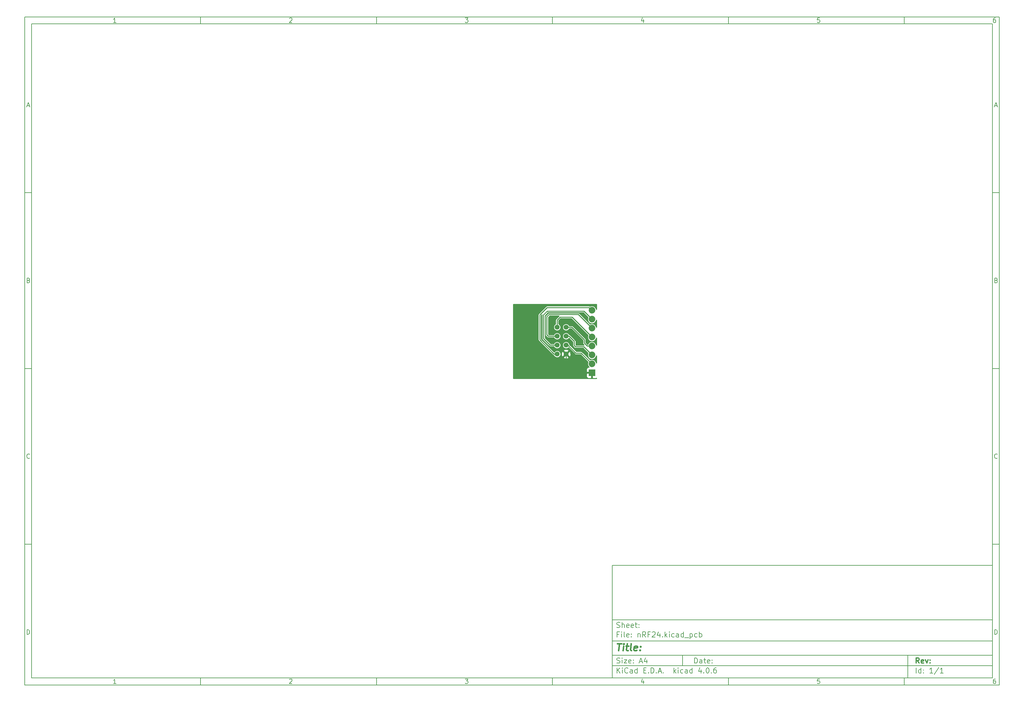
<source format=gtl>
G04 #@! TF.FileFunction,Copper,L1,Top,Signal*
%FSLAX46Y46*%
G04 Gerber Fmt 4.6, Leading zero omitted, Abs format (unit mm)*
G04 Created by KiCad (PCBNEW 4.0.6) date 06/21/17 09:44:36*
%MOMM*%
%LPD*%
G01*
G04 APERTURE LIST*
%ADD10C,0.100000*%
%ADD11C,0.150000*%
%ADD12C,0.300000*%
%ADD13C,0.400000*%
%ADD14R,1.879600X1.879600*%
%ADD15C,1.879600*%
%ADD16C,1.408000*%
%ADD17C,0.250000*%
%ADD18C,0.254000*%
G04 APERTURE END LIST*
D10*
D11*
X177002200Y-166007200D02*
X177002200Y-198007200D01*
X285002200Y-198007200D01*
X285002200Y-166007200D01*
X177002200Y-166007200D01*
D10*
D11*
X10000000Y-10000000D02*
X10000000Y-200007200D01*
X287002200Y-200007200D01*
X287002200Y-10000000D01*
X10000000Y-10000000D01*
D10*
D11*
X12000000Y-12000000D02*
X12000000Y-198007200D01*
X285002200Y-198007200D01*
X285002200Y-12000000D01*
X12000000Y-12000000D01*
D10*
D11*
X60000000Y-12000000D02*
X60000000Y-10000000D01*
D10*
D11*
X110000000Y-12000000D02*
X110000000Y-10000000D01*
D10*
D11*
X160000000Y-12000000D02*
X160000000Y-10000000D01*
D10*
D11*
X210000000Y-12000000D02*
X210000000Y-10000000D01*
D10*
D11*
X260000000Y-12000000D02*
X260000000Y-10000000D01*
D10*
D11*
X35990476Y-11588095D02*
X35247619Y-11588095D01*
X35619048Y-11588095D02*
X35619048Y-10288095D01*
X35495238Y-10473810D01*
X35371429Y-10597619D01*
X35247619Y-10659524D01*
D10*
D11*
X85247619Y-10411905D02*
X85309524Y-10350000D01*
X85433333Y-10288095D01*
X85742857Y-10288095D01*
X85866667Y-10350000D01*
X85928571Y-10411905D01*
X85990476Y-10535714D01*
X85990476Y-10659524D01*
X85928571Y-10845238D01*
X85185714Y-11588095D01*
X85990476Y-11588095D01*
D10*
D11*
X135185714Y-10288095D02*
X135990476Y-10288095D01*
X135557143Y-10783333D01*
X135742857Y-10783333D01*
X135866667Y-10845238D01*
X135928571Y-10907143D01*
X135990476Y-11030952D01*
X135990476Y-11340476D01*
X135928571Y-11464286D01*
X135866667Y-11526190D01*
X135742857Y-11588095D01*
X135371429Y-11588095D01*
X135247619Y-11526190D01*
X135185714Y-11464286D01*
D10*
D11*
X185866667Y-10721429D02*
X185866667Y-11588095D01*
X185557143Y-10226190D02*
X185247619Y-11154762D01*
X186052381Y-11154762D01*
D10*
D11*
X235928571Y-10288095D02*
X235309524Y-10288095D01*
X235247619Y-10907143D01*
X235309524Y-10845238D01*
X235433333Y-10783333D01*
X235742857Y-10783333D01*
X235866667Y-10845238D01*
X235928571Y-10907143D01*
X235990476Y-11030952D01*
X235990476Y-11340476D01*
X235928571Y-11464286D01*
X235866667Y-11526190D01*
X235742857Y-11588095D01*
X235433333Y-11588095D01*
X235309524Y-11526190D01*
X235247619Y-11464286D01*
D10*
D11*
X285866667Y-10288095D02*
X285619048Y-10288095D01*
X285495238Y-10350000D01*
X285433333Y-10411905D01*
X285309524Y-10597619D01*
X285247619Y-10845238D01*
X285247619Y-11340476D01*
X285309524Y-11464286D01*
X285371429Y-11526190D01*
X285495238Y-11588095D01*
X285742857Y-11588095D01*
X285866667Y-11526190D01*
X285928571Y-11464286D01*
X285990476Y-11340476D01*
X285990476Y-11030952D01*
X285928571Y-10907143D01*
X285866667Y-10845238D01*
X285742857Y-10783333D01*
X285495238Y-10783333D01*
X285371429Y-10845238D01*
X285309524Y-10907143D01*
X285247619Y-11030952D01*
D10*
D11*
X60000000Y-198007200D02*
X60000000Y-200007200D01*
D10*
D11*
X110000000Y-198007200D02*
X110000000Y-200007200D01*
D10*
D11*
X160000000Y-198007200D02*
X160000000Y-200007200D01*
D10*
D11*
X210000000Y-198007200D02*
X210000000Y-200007200D01*
D10*
D11*
X260000000Y-198007200D02*
X260000000Y-200007200D01*
D10*
D11*
X35990476Y-199595295D02*
X35247619Y-199595295D01*
X35619048Y-199595295D02*
X35619048Y-198295295D01*
X35495238Y-198481010D01*
X35371429Y-198604819D01*
X35247619Y-198666724D01*
D10*
D11*
X85247619Y-198419105D02*
X85309524Y-198357200D01*
X85433333Y-198295295D01*
X85742857Y-198295295D01*
X85866667Y-198357200D01*
X85928571Y-198419105D01*
X85990476Y-198542914D01*
X85990476Y-198666724D01*
X85928571Y-198852438D01*
X85185714Y-199595295D01*
X85990476Y-199595295D01*
D10*
D11*
X135185714Y-198295295D02*
X135990476Y-198295295D01*
X135557143Y-198790533D01*
X135742857Y-198790533D01*
X135866667Y-198852438D01*
X135928571Y-198914343D01*
X135990476Y-199038152D01*
X135990476Y-199347676D01*
X135928571Y-199471486D01*
X135866667Y-199533390D01*
X135742857Y-199595295D01*
X135371429Y-199595295D01*
X135247619Y-199533390D01*
X135185714Y-199471486D01*
D10*
D11*
X185866667Y-198728629D02*
X185866667Y-199595295D01*
X185557143Y-198233390D02*
X185247619Y-199161962D01*
X186052381Y-199161962D01*
D10*
D11*
X235928571Y-198295295D02*
X235309524Y-198295295D01*
X235247619Y-198914343D01*
X235309524Y-198852438D01*
X235433333Y-198790533D01*
X235742857Y-198790533D01*
X235866667Y-198852438D01*
X235928571Y-198914343D01*
X235990476Y-199038152D01*
X235990476Y-199347676D01*
X235928571Y-199471486D01*
X235866667Y-199533390D01*
X235742857Y-199595295D01*
X235433333Y-199595295D01*
X235309524Y-199533390D01*
X235247619Y-199471486D01*
D10*
D11*
X285866667Y-198295295D02*
X285619048Y-198295295D01*
X285495238Y-198357200D01*
X285433333Y-198419105D01*
X285309524Y-198604819D01*
X285247619Y-198852438D01*
X285247619Y-199347676D01*
X285309524Y-199471486D01*
X285371429Y-199533390D01*
X285495238Y-199595295D01*
X285742857Y-199595295D01*
X285866667Y-199533390D01*
X285928571Y-199471486D01*
X285990476Y-199347676D01*
X285990476Y-199038152D01*
X285928571Y-198914343D01*
X285866667Y-198852438D01*
X285742857Y-198790533D01*
X285495238Y-198790533D01*
X285371429Y-198852438D01*
X285309524Y-198914343D01*
X285247619Y-199038152D01*
D10*
D11*
X10000000Y-60000000D02*
X12000000Y-60000000D01*
D10*
D11*
X10000000Y-110000000D02*
X12000000Y-110000000D01*
D10*
D11*
X10000000Y-160000000D02*
X12000000Y-160000000D01*
D10*
D11*
X10690476Y-35216667D02*
X11309524Y-35216667D01*
X10566667Y-35588095D02*
X11000000Y-34288095D01*
X11433333Y-35588095D01*
D10*
D11*
X11092857Y-84907143D02*
X11278571Y-84969048D01*
X11340476Y-85030952D01*
X11402381Y-85154762D01*
X11402381Y-85340476D01*
X11340476Y-85464286D01*
X11278571Y-85526190D01*
X11154762Y-85588095D01*
X10659524Y-85588095D01*
X10659524Y-84288095D01*
X11092857Y-84288095D01*
X11216667Y-84350000D01*
X11278571Y-84411905D01*
X11340476Y-84535714D01*
X11340476Y-84659524D01*
X11278571Y-84783333D01*
X11216667Y-84845238D01*
X11092857Y-84907143D01*
X10659524Y-84907143D01*
D10*
D11*
X11402381Y-135464286D02*
X11340476Y-135526190D01*
X11154762Y-135588095D01*
X11030952Y-135588095D01*
X10845238Y-135526190D01*
X10721429Y-135402381D01*
X10659524Y-135278571D01*
X10597619Y-135030952D01*
X10597619Y-134845238D01*
X10659524Y-134597619D01*
X10721429Y-134473810D01*
X10845238Y-134350000D01*
X11030952Y-134288095D01*
X11154762Y-134288095D01*
X11340476Y-134350000D01*
X11402381Y-134411905D01*
D10*
D11*
X10659524Y-185588095D02*
X10659524Y-184288095D01*
X10969048Y-184288095D01*
X11154762Y-184350000D01*
X11278571Y-184473810D01*
X11340476Y-184597619D01*
X11402381Y-184845238D01*
X11402381Y-185030952D01*
X11340476Y-185278571D01*
X11278571Y-185402381D01*
X11154762Y-185526190D01*
X10969048Y-185588095D01*
X10659524Y-185588095D01*
D10*
D11*
X287002200Y-60000000D02*
X285002200Y-60000000D01*
D10*
D11*
X287002200Y-110000000D02*
X285002200Y-110000000D01*
D10*
D11*
X287002200Y-160000000D02*
X285002200Y-160000000D01*
D10*
D11*
X285692676Y-35216667D02*
X286311724Y-35216667D01*
X285568867Y-35588095D02*
X286002200Y-34288095D01*
X286435533Y-35588095D01*
D10*
D11*
X286095057Y-84907143D02*
X286280771Y-84969048D01*
X286342676Y-85030952D01*
X286404581Y-85154762D01*
X286404581Y-85340476D01*
X286342676Y-85464286D01*
X286280771Y-85526190D01*
X286156962Y-85588095D01*
X285661724Y-85588095D01*
X285661724Y-84288095D01*
X286095057Y-84288095D01*
X286218867Y-84350000D01*
X286280771Y-84411905D01*
X286342676Y-84535714D01*
X286342676Y-84659524D01*
X286280771Y-84783333D01*
X286218867Y-84845238D01*
X286095057Y-84907143D01*
X285661724Y-84907143D01*
D10*
D11*
X286404581Y-135464286D02*
X286342676Y-135526190D01*
X286156962Y-135588095D01*
X286033152Y-135588095D01*
X285847438Y-135526190D01*
X285723629Y-135402381D01*
X285661724Y-135278571D01*
X285599819Y-135030952D01*
X285599819Y-134845238D01*
X285661724Y-134597619D01*
X285723629Y-134473810D01*
X285847438Y-134350000D01*
X286033152Y-134288095D01*
X286156962Y-134288095D01*
X286342676Y-134350000D01*
X286404581Y-134411905D01*
D10*
D11*
X285661724Y-185588095D02*
X285661724Y-184288095D01*
X285971248Y-184288095D01*
X286156962Y-184350000D01*
X286280771Y-184473810D01*
X286342676Y-184597619D01*
X286404581Y-184845238D01*
X286404581Y-185030952D01*
X286342676Y-185278571D01*
X286280771Y-185402381D01*
X286156962Y-185526190D01*
X285971248Y-185588095D01*
X285661724Y-185588095D01*
D10*
D11*
X200359343Y-193785771D02*
X200359343Y-192285771D01*
X200716486Y-192285771D01*
X200930771Y-192357200D01*
X201073629Y-192500057D01*
X201145057Y-192642914D01*
X201216486Y-192928629D01*
X201216486Y-193142914D01*
X201145057Y-193428629D01*
X201073629Y-193571486D01*
X200930771Y-193714343D01*
X200716486Y-193785771D01*
X200359343Y-193785771D01*
X202502200Y-193785771D02*
X202502200Y-193000057D01*
X202430771Y-192857200D01*
X202287914Y-192785771D01*
X202002200Y-192785771D01*
X201859343Y-192857200D01*
X202502200Y-193714343D02*
X202359343Y-193785771D01*
X202002200Y-193785771D01*
X201859343Y-193714343D01*
X201787914Y-193571486D01*
X201787914Y-193428629D01*
X201859343Y-193285771D01*
X202002200Y-193214343D01*
X202359343Y-193214343D01*
X202502200Y-193142914D01*
X203002200Y-192785771D02*
X203573629Y-192785771D01*
X203216486Y-192285771D02*
X203216486Y-193571486D01*
X203287914Y-193714343D01*
X203430772Y-193785771D01*
X203573629Y-193785771D01*
X204645057Y-193714343D02*
X204502200Y-193785771D01*
X204216486Y-193785771D01*
X204073629Y-193714343D01*
X204002200Y-193571486D01*
X204002200Y-193000057D01*
X204073629Y-192857200D01*
X204216486Y-192785771D01*
X204502200Y-192785771D01*
X204645057Y-192857200D01*
X204716486Y-193000057D01*
X204716486Y-193142914D01*
X204002200Y-193285771D01*
X205359343Y-193642914D02*
X205430771Y-193714343D01*
X205359343Y-193785771D01*
X205287914Y-193714343D01*
X205359343Y-193642914D01*
X205359343Y-193785771D01*
X205359343Y-192857200D02*
X205430771Y-192928629D01*
X205359343Y-193000057D01*
X205287914Y-192928629D01*
X205359343Y-192857200D01*
X205359343Y-193000057D01*
D10*
D11*
X177002200Y-194507200D02*
X285002200Y-194507200D01*
D10*
D11*
X178359343Y-196585771D02*
X178359343Y-195085771D01*
X179216486Y-196585771D02*
X178573629Y-195728629D01*
X179216486Y-195085771D02*
X178359343Y-195942914D01*
X179859343Y-196585771D02*
X179859343Y-195585771D01*
X179859343Y-195085771D02*
X179787914Y-195157200D01*
X179859343Y-195228629D01*
X179930771Y-195157200D01*
X179859343Y-195085771D01*
X179859343Y-195228629D01*
X181430772Y-196442914D02*
X181359343Y-196514343D01*
X181145057Y-196585771D01*
X181002200Y-196585771D01*
X180787915Y-196514343D01*
X180645057Y-196371486D01*
X180573629Y-196228629D01*
X180502200Y-195942914D01*
X180502200Y-195728629D01*
X180573629Y-195442914D01*
X180645057Y-195300057D01*
X180787915Y-195157200D01*
X181002200Y-195085771D01*
X181145057Y-195085771D01*
X181359343Y-195157200D01*
X181430772Y-195228629D01*
X182716486Y-196585771D02*
X182716486Y-195800057D01*
X182645057Y-195657200D01*
X182502200Y-195585771D01*
X182216486Y-195585771D01*
X182073629Y-195657200D01*
X182716486Y-196514343D02*
X182573629Y-196585771D01*
X182216486Y-196585771D01*
X182073629Y-196514343D01*
X182002200Y-196371486D01*
X182002200Y-196228629D01*
X182073629Y-196085771D01*
X182216486Y-196014343D01*
X182573629Y-196014343D01*
X182716486Y-195942914D01*
X184073629Y-196585771D02*
X184073629Y-195085771D01*
X184073629Y-196514343D02*
X183930772Y-196585771D01*
X183645058Y-196585771D01*
X183502200Y-196514343D01*
X183430772Y-196442914D01*
X183359343Y-196300057D01*
X183359343Y-195871486D01*
X183430772Y-195728629D01*
X183502200Y-195657200D01*
X183645058Y-195585771D01*
X183930772Y-195585771D01*
X184073629Y-195657200D01*
X185930772Y-195800057D02*
X186430772Y-195800057D01*
X186645058Y-196585771D02*
X185930772Y-196585771D01*
X185930772Y-195085771D01*
X186645058Y-195085771D01*
X187287915Y-196442914D02*
X187359343Y-196514343D01*
X187287915Y-196585771D01*
X187216486Y-196514343D01*
X187287915Y-196442914D01*
X187287915Y-196585771D01*
X188002201Y-196585771D02*
X188002201Y-195085771D01*
X188359344Y-195085771D01*
X188573629Y-195157200D01*
X188716487Y-195300057D01*
X188787915Y-195442914D01*
X188859344Y-195728629D01*
X188859344Y-195942914D01*
X188787915Y-196228629D01*
X188716487Y-196371486D01*
X188573629Y-196514343D01*
X188359344Y-196585771D01*
X188002201Y-196585771D01*
X189502201Y-196442914D02*
X189573629Y-196514343D01*
X189502201Y-196585771D01*
X189430772Y-196514343D01*
X189502201Y-196442914D01*
X189502201Y-196585771D01*
X190145058Y-196157200D02*
X190859344Y-196157200D01*
X190002201Y-196585771D02*
X190502201Y-195085771D01*
X191002201Y-196585771D01*
X191502201Y-196442914D02*
X191573629Y-196514343D01*
X191502201Y-196585771D01*
X191430772Y-196514343D01*
X191502201Y-196442914D01*
X191502201Y-196585771D01*
X194502201Y-196585771D02*
X194502201Y-195085771D01*
X194645058Y-196014343D02*
X195073629Y-196585771D01*
X195073629Y-195585771D02*
X194502201Y-196157200D01*
X195716487Y-196585771D02*
X195716487Y-195585771D01*
X195716487Y-195085771D02*
X195645058Y-195157200D01*
X195716487Y-195228629D01*
X195787915Y-195157200D01*
X195716487Y-195085771D01*
X195716487Y-195228629D01*
X197073630Y-196514343D02*
X196930773Y-196585771D01*
X196645059Y-196585771D01*
X196502201Y-196514343D01*
X196430773Y-196442914D01*
X196359344Y-196300057D01*
X196359344Y-195871486D01*
X196430773Y-195728629D01*
X196502201Y-195657200D01*
X196645059Y-195585771D01*
X196930773Y-195585771D01*
X197073630Y-195657200D01*
X198359344Y-196585771D02*
X198359344Y-195800057D01*
X198287915Y-195657200D01*
X198145058Y-195585771D01*
X197859344Y-195585771D01*
X197716487Y-195657200D01*
X198359344Y-196514343D02*
X198216487Y-196585771D01*
X197859344Y-196585771D01*
X197716487Y-196514343D01*
X197645058Y-196371486D01*
X197645058Y-196228629D01*
X197716487Y-196085771D01*
X197859344Y-196014343D01*
X198216487Y-196014343D01*
X198359344Y-195942914D01*
X199716487Y-196585771D02*
X199716487Y-195085771D01*
X199716487Y-196514343D02*
X199573630Y-196585771D01*
X199287916Y-196585771D01*
X199145058Y-196514343D01*
X199073630Y-196442914D01*
X199002201Y-196300057D01*
X199002201Y-195871486D01*
X199073630Y-195728629D01*
X199145058Y-195657200D01*
X199287916Y-195585771D01*
X199573630Y-195585771D01*
X199716487Y-195657200D01*
X202216487Y-195585771D02*
X202216487Y-196585771D01*
X201859344Y-195014343D02*
X201502201Y-196085771D01*
X202430773Y-196085771D01*
X203002201Y-196442914D02*
X203073629Y-196514343D01*
X203002201Y-196585771D01*
X202930772Y-196514343D01*
X203002201Y-196442914D01*
X203002201Y-196585771D01*
X204002201Y-195085771D02*
X204145058Y-195085771D01*
X204287915Y-195157200D01*
X204359344Y-195228629D01*
X204430773Y-195371486D01*
X204502201Y-195657200D01*
X204502201Y-196014343D01*
X204430773Y-196300057D01*
X204359344Y-196442914D01*
X204287915Y-196514343D01*
X204145058Y-196585771D01*
X204002201Y-196585771D01*
X203859344Y-196514343D01*
X203787915Y-196442914D01*
X203716487Y-196300057D01*
X203645058Y-196014343D01*
X203645058Y-195657200D01*
X203716487Y-195371486D01*
X203787915Y-195228629D01*
X203859344Y-195157200D01*
X204002201Y-195085771D01*
X205145058Y-196442914D02*
X205216486Y-196514343D01*
X205145058Y-196585771D01*
X205073629Y-196514343D01*
X205145058Y-196442914D01*
X205145058Y-196585771D01*
X206502201Y-195085771D02*
X206216487Y-195085771D01*
X206073630Y-195157200D01*
X206002201Y-195228629D01*
X205859344Y-195442914D01*
X205787915Y-195728629D01*
X205787915Y-196300057D01*
X205859344Y-196442914D01*
X205930772Y-196514343D01*
X206073630Y-196585771D01*
X206359344Y-196585771D01*
X206502201Y-196514343D01*
X206573630Y-196442914D01*
X206645058Y-196300057D01*
X206645058Y-195942914D01*
X206573630Y-195800057D01*
X206502201Y-195728629D01*
X206359344Y-195657200D01*
X206073630Y-195657200D01*
X205930772Y-195728629D01*
X205859344Y-195800057D01*
X205787915Y-195942914D01*
D10*
D11*
X177002200Y-191507200D02*
X285002200Y-191507200D01*
D10*
D12*
X264216486Y-193785771D02*
X263716486Y-193071486D01*
X263359343Y-193785771D02*
X263359343Y-192285771D01*
X263930771Y-192285771D01*
X264073629Y-192357200D01*
X264145057Y-192428629D01*
X264216486Y-192571486D01*
X264216486Y-192785771D01*
X264145057Y-192928629D01*
X264073629Y-193000057D01*
X263930771Y-193071486D01*
X263359343Y-193071486D01*
X265430771Y-193714343D02*
X265287914Y-193785771D01*
X265002200Y-193785771D01*
X264859343Y-193714343D01*
X264787914Y-193571486D01*
X264787914Y-193000057D01*
X264859343Y-192857200D01*
X265002200Y-192785771D01*
X265287914Y-192785771D01*
X265430771Y-192857200D01*
X265502200Y-193000057D01*
X265502200Y-193142914D01*
X264787914Y-193285771D01*
X266002200Y-192785771D02*
X266359343Y-193785771D01*
X266716485Y-192785771D01*
X267287914Y-193642914D02*
X267359342Y-193714343D01*
X267287914Y-193785771D01*
X267216485Y-193714343D01*
X267287914Y-193642914D01*
X267287914Y-193785771D01*
X267287914Y-192857200D02*
X267359342Y-192928629D01*
X267287914Y-193000057D01*
X267216485Y-192928629D01*
X267287914Y-192857200D01*
X267287914Y-193000057D01*
D10*
D11*
X178287914Y-193714343D02*
X178502200Y-193785771D01*
X178859343Y-193785771D01*
X179002200Y-193714343D01*
X179073629Y-193642914D01*
X179145057Y-193500057D01*
X179145057Y-193357200D01*
X179073629Y-193214343D01*
X179002200Y-193142914D01*
X178859343Y-193071486D01*
X178573629Y-193000057D01*
X178430771Y-192928629D01*
X178359343Y-192857200D01*
X178287914Y-192714343D01*
X178287914Y-192571486D01*
X178359343Y-192428629D01*
X178430771Y-192357200D01*
X178573629Y-192285771D01*
X178930771Y-192285771D01*
X179145057Y-192357200D01*
X179787914Y-193785771D02*
X179787914Y-192785771D01*
X179787914Y-192285771D02*
X179716485Y-192357200D01*
X179787914Y-192428629D01*
X179859342Y-192357200D01*
X179787914Y-192285771D01*
X179787914Y-192428629D01*
X180359343Y-192785771D02*
X181145057Y-192785771D01*
X180359343Y-193785771D01*
X181145057Y-193785771D01*
X182287914Y-193714343D02*
X182145057Y-193785771D01*
X181859343Y-193785771D01*
X181716486Y-193714343D01*
X181645057Y-193571486D01*
X181645057Y-193000057D01*
X181716486Y-192857200D01*
X181859343Y-192785771D01*
X182145057Y-192785771D01*
X182287914Y-192857200D01*
X182359343Y-193000057D01*
X182359343Y-193142914D01*
X181645057Y-193285771D01*
X183002200Y-193642914D02*
X183073628Y-193714343D01*
X183002200Y-193785771D01*
X182930771Y-193714343D01*
X183002200Y-193642914D01*
X183002200Y-193785771D01*
X183002200Y-192857200D02*
X183073628Y-192928629D01*
X183002200Y-193000057D01*
X182930771Y-192928629D01*
X183002200Y-192857200D01*
X183002200Y-193000057D01*
X184787914Y-193357200D02*
X185502200Y-193357200D01*
X184645057Y-193785771D02*
X185145057Y-192285771D01*
X185645057Y-193785771D01*
X186787914Y-192785771D02*
X186787914Y-193785771D01*
X186430771Y-192214343D02*
X186073628Y-193285771D01*
X187002200Y-193285771D01*
D10*
D11*
X263359343Y-196585771D02*
X263359343Y-195085771D01*
X264716486Y-196585771D02*
X264716486Y-195085771D01*
X264716486Y-196514343D02*
X264573629Y-196585771D01*
X264287915Y-196585771D01*
X264145057Y-196514343D01*
X264073629Y-196442914D01*
X264002200Y-196300057D01*
X264002200Y-195871486D01*
X264073629Y-195728629D01*
X264145057Y-195657200D01*
X264287915Y-195585771D01*
X264573629Y-195585771D01*
X264716486Y-195657200D01*
X265430772Y-196442914D02*
X265502200Y-196514343D01*
X265430772Y-196585771D01*
X265359343Y-196514343D01*
X265430772Y-196442914D01*
X265430772Y-196585771D01*
X265430772Y-195657200D02*
X265502200Y-195728629D01*
X265430772Y-195800057D01*
X265359343Y-195728629D01*
X265430772Y-195657200D01*
X265430772Y-195800057D01*
X268073629Y-196585771D02*
X267216486Y-196585771D01*
X267645058Y-196585771D02*
X267645058Y-195085771D01*
X267502201Y-195300057D01*
X267359343Y-195442914D01*
X267216486Y-195514343D01*
X269787914Y-195014343D02*
X268502200Y-196942914D01*
X271073629Y-196585771D02*
X270216486Y-196585771D01*
X270645058Y-196585771D02*
X270645058Y-195085771D01*
X270502201Y-195300057D01*
X270359343Y-195442914D01*
X270216486Y-195514343D01*
D10*
D11*
X177002200Y-187507200D02*
X285002200Y-187507200D01*
D10*
D13*
X178454581Y-188211962D02*
X179597438Y-188211962D01*
X178776010Y-190211962D02*
X179026010Y-188211962D01*
X180014105Y-190211962D02*
X180180771Y-188878629D01*
X180264105Y-188211962D02*
X180156962Y-188307200D01*
X180240295Y-188402438D01*
X180347439Y-188307200D01*
X180264105Y-188211962D01*
X180240295Y-188402438D01*
X180847438Y-188878629D02*
X181609343Y-188878629D01*
X181216486Y-188211962D02*
X181002200Y-189926248D01*
X181073630Y-190116724D01*
X181252201Y-190211962D01*
X181442677Y-190211962D01*
X182395058Y-190211962D02*
X182216487Y-190116724D01*
X182145057Y-189926248D01*
X182359343Y-188211962D01*
X183930772Y-190116724D02*
X183728391Y-190211962D01*
X183347439Y-190211962D01*
X183168867Y-190116724D01*
X183097438Y-189926248D01*
X183192676Y-189164343D01*
X183311724Y-188973867D01*
X183514105Y-188878629D01*
X183895057Y-188878629D01*
X184073629Y-188973867D01*
X184145057Y-189164343D01*
X184121248Y-189354819D01*
X183145057Y-189545295D01*
X184895057Y-190021486D02*
X184978392Y-190116724D01*
X184871248Y-190211962D01*
X184787915Y-190116724D01*
X184895057Y-190021486D01*
X184871248Y-190211962D01*
X185026010Y-188973867D02*
X185109344Y-189069105D01*
X185002200Y-189164343D01*
X184918867Y-189069105D01*
X185026010Y-188973867D01*
X185002200Y-189164343D01*
D10*
D11*
X178859343Y-185600057D02*
X178359343Y-185600057D01*
X178359343Y-186385771D02*
X178359343Y-184885771D01*
X179073629Y-184885771D01*
X179645057Y-186385771D02*
X179645057Y-185385771D01*
X179645057Y-184885771D02*
X179573628Y-184957200D01*
X179645057Y-185028629D01*
X179716485Y-184957200D01*
X179645057Y-184885771D01*
X179645057Y-185028629D01*
X180573629Y-186385771D02*
X180430771Y-186314343D01*
X180359343Y-186171486D01*
X180359343Y-184885771D01*
X181716485Y-186314343D02*
X181573628Y-186385771D01*
X181287914Y-186385771D01*
X181145057Y-186314343D01*
X181073628Y-186171486D01*
X181073628Y-185600057D01*
X181145057Y-185457200D01*
X181287914Y-185385771D01*
X181573628Y-185385771D01*
X181716485Y-185457200D01*
X181787914Y-185600057D01*
X181787914Y-185742914D01*
X181073628Y-185885771D01*
X182430771Y-186242914D02*
X182502199Y-186314343D01*
X182430771Y-186385771D01*
X182359342Y-186314343D01*
X182430771Y-186242914D01*
X182430771Y-186385771D01*
X182430771Y-185457200D02*
X182502199Y-185528629D01*
X182430771Y-185600057D01*
X182359342Y-185528629D01*
X182430771Y-185457200D01*
X182430771Y-185600057D01*
X184287914Y-185385771D02*
X184287914Y-186385771D01*
X184287914Y-185528629D02*
X184359342Y-185457200D01*
X184502200Y-185385771D01*
X184716485Y-185385771D01*
X184859342Y-185457200D01*
X184930771Y-185600057D01*
X184930771Y-186385771D01*
X186502200Y-186385771D02*
X186002200Y-185671486D01*
X185645057Y-186385771D02*
X185645057Y-184885771D01*
X186216485Y-184885771D01*
X186359343Y-184957200D01*
X186430771Y-185028629D01*
X186502200Y-185171486D01*
X186502200Y-185385771D01*
X186430771Y-185528629D01*
X186359343Y-185600057D01*
X186216485Y-185671486D01*
X185645057Y-185671486D01*
X187645057Y-185600057D02*
X187145057Y-185600057D01*
X187145057Y-186385771D02*
X187145057Y-184885771D01*
X187859343Y-184885771D01*
X188359342Y-185028629D02*
X188430771Y-184957200D01*
X188573628Y-184885771D01*
X188930771Y-184885771D01*
X189073628Y-184957200D01*
X189145057Y-185028629D01*
X189216485Y-185171486D01*
X189216485Y-185314343D01*
X189145057Y-185528629D01*
X188287914Y-186385771D01*
X189216485Y-186385771D01*
X190502199Y-185385771D02*
X190502199Y-186385771D01*
X190145056Y-184814343D02*
X189787913Y-185885771D01*
X190716485Y-185885771D01*
X191287913Y-186242914D02*
X191359341Y-186314343D01*
X191287913Y-186385771D01*
X191216484Y-186314343D01*
X191287913Y-186242914D01*
X191287913Y-186385771D01*
X192002199Y-186385771D02*
X192002199Y-184885771D01*
X192145056Y-185814343D02*
X192573627Y-186385771D01*
X192573627Y-185385771D02*
X192002199Y-185957200D01*
X193216485Y-186385771D02*
X193216485Y-185385771D01*
X193216485Y-184885771D02*
X193145056Y-184957200D01*
X193216485Y-185028629D01*
X193287913Y-184957200D01*
X193216485Y-184885771D01*
X193216485Y-185028629D01*
X194573628Y-186314343D02*
X194430771Y-186385771D01*
X194145057Y-186385771D01*
X194002199Y-186314343D01*
X193930771Y-186242914D01*
X193859342Y-186100057D01*
X193859342Y-185671486D01*
X193930771Y-185528629D01*
X194002199Y-185457200D01*
X194145057Y-185385771D01*
X194430771Y-185385771D01*
X194573628Y-185457200D01*
X195859342Y-186385771D02*
X195859342Y-185600057D01*
X195787913Y-185457200D01*
X195645056Y-185385771D01*
X195359342Y-185385771D01*
X195216485Y-185457200D01*
X195859342Y-186314343D02*
X195716485Y-186385771D01*
X195359342Y-186385771D01*
X195216485Y-186314343D01*
X195145056Y-186171486D01*
X195145056Y-186028629D01*
X195216485Y-185885771D01*
X195359342Y-185814343D01*
X195716485Y-185814343D01*
X195859342Y-185742914D01*
X197216485Y-186385771D02*
X197216485Y-184885771D01*
X197216485Y-186314343D02*
X197073628Y-186385771D01*
X196787914Y-186385771D01*
X196645056Y-186314343D01*
X196573628Y-186242914D01*
X196502199Y-186100057D01*
X196502199Y-185671486D01*
X196573628Y-185528629D01*
X196645056Y-185457200D01*
X196787914Y-185385771D01*
X197073628Y-185385771D01*
X197216485Y-185457200D01*
X197573628Y-186528629D02*
X198716485Y-186528629D01*
X199073628Y-185385771D02*
X199073628Y-186885771D01*
X199073628Y-185457200D02*
X199216485Y-185385771D01*
X199502199Y-185385771D01*
X199645056Y-185457200D01*
X199716485Y-185528629D01*
X199787914Y-185671486D01*
X199787914Y-186100057D01*
X199716485Y-186242914D01*
X199645056Y-186314343D01*
X199502199Y-186385771D01*
X199216485Y-186385771D01*
X199073628Y-186314343D01*
X201073628Y-186314343D02*
X200930771Y-186385771D01*
X200645057Y-186385771D01*
X200502199Y-186314343D01*
X200430771Y-186242914D01*
X200359342Y-186100057D01*
X200359342Y-185671486D01*
X200430771Y-185528629D01*
X200502199Y-185457200D01*
X200645057Y-185385771D01*
X200930771Y-185385771D01*
X201073628Y-185457200D01*
X201716485Y-186385771D02*
X201716485Y-184885771D01*
X201716485Y-185457200D02*
X201859342Y-185385771D01*
X202145056Y-185385771D01*
X202287913Y-185457200D01*
X202359342Y-185528629D01*
X202430771Y-185671486D01*
X202430771Y-186100057D01*
X202359342Y-186242914D01*
X202287913Y-186314343D01*
X202145056Y-186385771D01*
X201859342Y-186385771D01*
X201716485Y-186314343D01*
D10*
D11*
X177002200Y-181507200D02*
X285002200Y-181507200D01*
D10*
D11*
X178287914Y-183614343D02*
X178502200Y-183685771D01*
X178859343Y-183685771D01*
X179002200Y-183614343D01*
X179073629Y-183542914D01*
X179145057Y-183400057D01*
X179145057Y-183257200D01*
X179073629Y-183114343D01*
X179002200Y-183042914D01*
X178859343Y-182971486D01*
X178573629Y-182900057D01*
X178430771Y-182828629D01*
X178359343Y-182757200D01*
X178287914Y-182614343D01*
X178287914Y-182471486D01*
X178359343Y-182328629D01*
X178430771Y-182257200D01*
X178573629Y-182185771D01*
X178930771Y-182185771D01*
X179145057Y-182257200D01*
X179787914Y-183685771D02*
X179787914Y-182185771D01*
X180430771Y-183685771D02*
X180430771Y-182900057D01*
X180359342Y-182757200D01*
X180216485Y-182685771D01*
X180002200Y-182685771D01*
X179859342Y-182757200D01*
X179787914Y-182828629D01*
X181716485Y-183614343D02*
X181573628Y-183685771D01*
X181287914Y-183685771D01*
X181145057Y-183614343D01*
X181073628Y-183471486D01*
X181073628Y-182900057D01*
X181145057Y-182757200D01*
X181287914Y-182685771D01*
X181573628Y-182685771D01*
X181716485Y-182757200D01*
X181787914Y-182900057D01*
X181787914Y-183042914D01*
X181073628Y-183185771D01*
X183002199Y-183614343D02*
X182859342Y-183685771D01*
X182573628Y-183685771D01*
X182430771Y-183614343D01*
X182359342Y-183471486D01*
X182359342Y-182900057D01*
X182430771Y-182757200D01*
X182573628Y-182685771D01*
X182859342Y-182685771D01*
X183002199Y-182757200D01*
X183073628Y-182900057D01*
X183073628Y-183042914D01*
X182359342Y-183185771D01*
X183502199Y-182685771D02*
X184073628Y-182685771D01*
X183716485Y-182185771D02*
X183716485Y-183471486D01*
X183787913Y-183614343D01*
X183930771Y-183685771D01*
X184073628Y-183685771D01*
X184573628Y-183542914D02*
X184645056Y-183614343D01*
X184573628Y-183685771D01*
X184502199Y-183614343D01*
X184573628Y-183542914D01*
X184573628Y-183685771D01*
X184573628Y-182757200D02*
X184645056Y-182828629D01*
X184573628Y-182900057D01*
X184502199Y-182828629D01*
X184573628Y-182757200D01*
X184573628Y-182900057D01*
D10*
D11*
X197002200Y-191507200D02*
X197002200Y-194507200D01*
D10*
D11*
X261002200Y-191507200D02*
X261002200Y-198007200D01*
D14*
X171210000Y-111195000D03*
D15*
X171210000Y-108655000D03*
X171210000Y-106115000D03*
X171210000Y-103575000D03*
X171210000Y-101035000D03*
X171210000Y-98495000D03*
X171210000Y-95955000D03*
X171210000Y-93415000D03*
D16*
X163840259Y-105870701D03*
X161300259Y-105870701D03*
X163840259Y-103330701D03*
X161300259Y-103330701D03*
X163840259Y-100790701D03*
X161300259Y-100790701D03*
X163840259Y-98250701D03*
X161300259Y-98250701D03*
D17*
X163840259Y-105870701D02*
X163840259Y-108965259D01*
X163840259Y-108965259D02*
X166070000Y-111195000D01*
X166070000Y-111195000D02*
X171210000Y-111195000D01*
X163840259Y-103330701D02*
X164355701Y-103330701D01*
X164355701Y-103330701D02*
X166600000Y-105575000D01*
X166600000Y-105575000D02*
X168130000Y-105575000D01*
X168130000Y-105575000D02*
X171210000Y-108655000D01*
X163840259Y-100790701D02*
X164715701Y-100790701D01*
X164715701Y-100790701D02*
X166175000Y-102250000D01*
X166175000Y-102250000D02*
X166175000Y-103425000D01*
X166175000Y-103425000D02*
X166500000Y-103750000D01*
X166500000Y-103750000D02*
X168845000Y-103750000D01*
X168845000Y-103750000D02*
X171210000Y-106115000D01*
X163840259Y-98250701D02*
X165500701Y-98250701D01*
X165500701Y-98250701D02*
X169025000Y-101775000D01*
X169025000Y-101775000D02*
X169025000Y-102750000D01*
X169025000Y-102750000D02*
X169850000Y-103575000D01*
X169850000Y-103575000D02*
X171210000Y-103575000D01*
X161300259Y-98250701D02*
X161300259Y-96224741D01*
X161300259Y-96224741D02*
X162175000Y-95350000D01*
X162175000Y-95350000D02*
X165525000Y-95350000D01*
X165525000Y-95350000D02*
X171210000Y-101035000D01*
X161300259Y-100790701D02*
X158765701Y-100790701D01*
X158765701Y-100790701D02*
X158375000Y-100400000D01*
X158375000Y-100400000D02*
X158375000Y-95225000D01*
X158375000Y-95225000D02*
X159000000Y-94600000D01*
X159000000Y-94600000D02*
X167315000Y-94600000D01*
X167315000Y-94600000D02*
X171210000Y-98495000D01*
X161300259Y-103330701D02*
X159330701Y-103330701D01*
X159330701Y-103330701D02*
X157450000Y-101450000D01*
X157450000Y-101450000D02*
X157450000Y-94725000D01*
X157450000Y-94725000D02*
X158500000Y-93675000D01*
X158500000Y-93675000D02*
X168930000Y-93675000D01*
X168930000Y-93675000D02*
X171210000Y-95955000D01*
X170420000Y-92625000D02*
X171210000Y-93415000D01*
X158425000Y-92625000D02*
X170420000Y-92625000D01*
X156375000Y-94675000D02*
X158425000Y-92625000D01*
X156375000Y-101825000D02*
X156375000Y-94675000D01*
X160420701Y-105870701D02*
X156375000Y-101825000D01*
X161300259Y-105870701D02*
X160420701Y-105870701D01*
D18*
G36*
X172468000Y-93142295D02*
X172284567Y-92698353D01*
X171928521Y-92341686D01*
X171463088Y-92148420D01*
X170959123Y-92147981D01*
X170677925Y-92264170D01*
X170592973Y-92207406D01*
X170420000Y-92173000D01*
X158425000Y-92173000D01*
X158252027Y-92207406D01*
X158105388Y-92305388D01*
X156055388Y-94355388D01*
X155957406Y-94502027D01*
X155923000Y-94675000D01*
X155923000Y-101825000D01*
X155957406Y-101997973D01*
X156055388Y-102144612D01*
X160101089Y-106190313D01*
X160247728Y-106288295D01*
X160367071Y-106312033D01*
X160425710Y-106453952D01*
X160715482Y-106744230D01*
X161094281Y-106901521D01*
X161504438Y-106901879D01*
X161729522Y-106808876D01*
X163081689Y-106808876D01*
X163144020Y-107045057D01*
X163646425Y-107222103D01*
X164178338Y-107193411D01*
X164536498Y-107045057D01*
X164598829Y-106808876D01*
X163840259Y-106050306D01*
X163081689Y-106808876D01*
X161729522Y-106808876D01*
X161883510Y-106745250D01*
X162173788Y-106455478D01*
X162331079Y-106076679D01*
X162331427Y-105676867D01*
X162488857Y-105676867D01*
X162517549Y-106208780D01*
X162665903Y-106566940D01*
X162902084Y-106629271D01*
X163660654Y-105870701D01*
X164019864Y-105870701D01*
X164778434Y-106629271D01*
X165014615Y-106566940D01*
X165191661Y-106064535D01*
X165162969Y-105532622D01*
X165014615Y-105174462D01*
X164778434Y-105112131D01*
X164019864Y-105870701D01*
X163660654Y-105870701D01*
X162902084Y-105112131D01*
X162665903Y-105174462D01*
X162488857Y-105676867D01*
X162331427Y-105676867D01*
X162331437Y-105666522D01*
X162174808Y-105287450D01*
X161885036Y-104997172D01*
X161729352Y-104932526D01*
X163081689Y-104932526D01*
X163840259Y-105691096D01*
X164598829Y-104932526D01*
X164536498Y-104696345D01*
X164034093Y-104519299D01*
X163502180Y-104547991D01*
X163144020Y-104696345D01*
X163081689Y-104932526D01*
X161729352Y-104932526D01*
X161506237Y-104839881D01*
X161096080Y-104839523D01*
X160717008Y-104996152D01*
X160450960Y-105261736D01*
X156827000Y-101637776D01*
X156827000Y-94862224D01*
X157006387Y-94682837D01*
X156998000Y-94725000D01*
X156998000Y-101450000D01*
X157032406Y-101622973D01*
X157130388Y-101769612D01*
X159011089Y-103650313D01*
X159157728Y-103748295D01*
X159330701Y-103782701D01*
X160371478Y-103782701D01*
X160425710Y-103913952D01*
X160715482Y-104204230D01*
X161094281Y-104361521D01*
X161504438Y-104361879D01*
X161883510Y-104205250D01*
X162173788Y-103915478D01*
X162331079Y-103536679D01*
X162331437Y-103126522D01*
X162174808Y-102747450D01*
X161885036Y-102457172D01*
X161506237Y-102299881D01*
X161096080Y-102299523D01*
X160717008Y-102456152D01*
X160426730Y-102745924D01*
X160371596Y-102878701D01*
X159517925Y-102878701D01*
X157902000Y-101262776D01*
X157902000Y-94912224D01*
X158687224Y-94127000D01*
X168742776Y-94127000D01*
X170053232Y-95437456D01*
X169943420Y-95701912D01*
X169942981Y-96205877D01*
X170135433Y-96671647D01*
X170491479Y-97028314D01*
X170956912Y-97221580D01*
X171460877Y-97222019D01*
X171926647Y-97029567D01*
X172283314Y-96673521D01*
X172468000Y-96228751D01*
X172468000Y-98222295D01*
X172284567Y-97778353D01*
X171928521Y-97421686D01*
X171463088Y-97228420D01*
X170959123Y-97227981D01*
X170692409Y-97338185D01*
X167634612Y-94280388D01*
X167487973Y-94182406D01*
X167315000Y-94148000D01*
X159000000Y-94148000D01*
X158855724Y-94176698D01*
X158827026Y-94182406D01*
X158680387Y-94280388D01*
X158055388Y-94905388D01*
X157957406Y-95052027D01*
X157923000Y-95225000D01*
X157923000Y-100400000D01*
X157957406Y-100572973D01*
X158055388Y-100719612D01*
X158446089Y-101110314D01*
X158592728Y-101208295D01*
X158765701Y-101242701D01*
X160371478Y-101242701D01*
X160425710Y-101373952D01*
X160715482Y-101664230D01*
X161094281Y-101821521D01*
X161504438Y-101821879D01*
X161883510Y-101665250D01*
X162173788Y-101375478D01*
X162331079Y-100996679D01*
X162331437Y-100586522D01*
X162174808Y-100207450D01*
X161885036Y-99917172D01*
X161506237Y-99759881D01*
X161096080Y-99759523D01*
X160717008Y-99916152D01*
X160426730Y-100205924D01*
X160371596Y-100338701D01*
X158952926Y-100338701D01*
X158827000Y-100212776D01*
X158827000Y-95412224D01*
X159187225Y-95052000D01*
X161833775Y-95052000D01*
X160980647Y-95905129D01*
X160882665Y-96051768D01*
X160848259Y-96224741D01*
X160848259Y-97321920D01*
X160717008Y-97376152D01*
X160426730Y-97665924D01*
X160269439Y-98044723D01*
X160269081Y-98454880D01*
X160425710Y-98833952D01*
X160715482Y-99124230D01*
X161094281Y-99281521D01*
X161504438Y-99281879D01*
X161883510Y-99125250D01*
X162173788Y-98835478D01*
X162331079Y-98456679D01*
X162331437Y-98046522D01*
X162174808Y-97667450D01*
X161885036Y-97377172D01*
X161752259Y-97322038D01*
X161752259Y-96411965D01*
X162362225Y-95802000D01*
X165337776Y-95802000D01*
X170053232Y-100517456D01*
X169943420Y-100781912D01*
X169942981Y-101285877D01*
X170135433Y-101751647D01*
X170491479Y-102108314D01*
X170956912Y-102301580D01*
X171460877Y-102302019D01*
X171926647Y-102109567D01*
X172283314Y-101753521D01*
X172468000Y-101308751D01*
X172468000Y-103302295D01*
X172284567Y-102858353D01*
X171928521Y-102501686D01*
X171463088Y-102308420D01*
X170959123Y-102307981D01*
X170493353Y-102500433D01*
X170136686Y-102856479D01*
X170029305Y-103115081D01*
X169477000Y-102562776D01*
X169477000Y-101775000D01*
X169442594Y-101602027D01*
X169344612Y-101455387D01*
X165820313Y-97931089D01*
X165673674Y-97833107D01*
X165500701Y-97798701D01*
X164769040Y-97798701D01*
X164714808Y-97667450D01*
X164425036Y-97377172D01*
X164046237Y-97219881D01*
X163636080Y-97219523D01*
X163257008Y-97376152D01*
X162966730Y-97665924D01*
X162809439Y-98044723D01*
X162809081Y-98454880D01*
X162965710Y-98833952D01*
X163255482Y-99124230D01*
X163634281Y-99281521D01*
X164044438Y-99281879D01*
X164423510Y-99125250D01*
X164713788Y-98835478D01*
X164768922Y-98702701D01*
X165313477Y-98702701D01*
X168573000Y-101962225D01*
X168573000Y-102750000D01*
X168607406Y-102922973D01*
X168705388Y-103069612D01*
X168955819Y-103320043D01*
X168845000Y-103298000D01*
X166687225Y-103298000D01*
X166627000Y-103237776D01*
X166627000Y-102250000D01*
X166592594Y-102077027D01*
X166494612Y-101930387D01*
X165035313Y-100471089D01*
X164888674Y-100373107D01*
X164773816Y-100350261D01*
X164714808Y-100207450D01*
X164425036Y-99917172D01*
X164046237Y-99759881D01*
X163636080Y-99759523D01*
X163257008Y-99916152D01*
X162966730Y-100205924D01*
X162809439Y-100584723D01*
X162809081Y-100994880D01*
X162965710Y-101373952D01*
X163255482Y-101664230D01*
X163634281Y-101821521D01*
X164044438Y-101821879D01*
X164423510Y-101665250D01*
X164687498Y-101401722D01*
X165723000Y-102437225D01*
X165723000Y-103425000D01*
X165757406Y-103597973D01*
X165855388Y-103744612D01*
X166180387Y-104069612D01*
X166327027Y-104167594D01*
X166500000Y-104202000D01*
X168657776Y-104202000D01*
X170053232Y-105597456D01*
X169943420Y-105861912D01*
X169942981Y-106365877D01*
X170135433Y-106831647D01*
X170491479Y-107188314D01*
X170956912Y-107381580D01*
X171460877Y-107382019D01*
X171926647Y-107189567D01*
X172283314Y-106833521D01*
X172468000Y-106388751D01*
X172468000Y-108382295D01*
X172284567Y-107938353D01*
X171928521Y-107581686D01*
X171463088Y-107388420D01*
X170959123Y-107387981D01*
X170692409Y-107498185D01*
X168449612Y-105255388D01*
X168302973Y-105157406D01*
X168130000Y-105123000D01*
X166787224Y-105123000D01*
X164871367Y-103207143D01*
X164871437Y-103126522D01*
X164714808Y-102747450D01*
X164425036Y-102457172D01*
X164046237Y-102299881D01*
X163636080Y-102299523D01*
X163257008Y-102456152D01*
X162966730Y-102745924D01*
X162809439Y-103124723D01*
X162809081Y-103534880D01*
X162965710Y-103913952D01*
X163255482Y-104204230D01*
X163634281Y-104361521D01*
X164044438Y-104361879D01*
X164423510Y-104205250D01*
X164507341Y-104121565D01*
X166280388Y-105894612D01*
X166427027Y-105992594D01*
X166600000Y-106027000D01*
X167942776Y-106027000D01*
X170053232Y-108137456D01*
X169943420Y-108401912D01*
X169942981Y-108905877D01*
X170135433Y-109371647D01*
X170383553Y-109620200D01*
X170143890Y-109620200D01*
X169910501Y-109716873D01*
X169731873Y-109895502D01*
X169635200Y-110128891D01*
X169635200Y-110909250D01*
X169793950Y-111068000D01*
X171083000Y-111068000D01*
X171083000Y-111048000D01*
X171337000Y-111048000D01*
X171337000Y-111068000D01*
X171357000Y-111068000D01*
X171357000Y-111322000D01*
X171337000Y-111322000D01*
X171337000Y-112611050D01*
X171495750Y-112769800D01*
X172276110Y-112769800D01*
X172468000Y-112690316D01*
X172468000Y-112778000D01*
X148842000Y-112778000D01*
X148842000Y-111480750D01*
X169635200Y-111480750D01*
X169635200Y-112261109D01*
X169731873Y-112494498D01*
X169910501Y-112673127D01*
X170143890Y-112769800D01*
X170924250Y-112769800D01*
X171083000Y-112611050D01*
X171083000Y-111322000D01*
X169793950Y-111322000D01*
X169635200Y-111480750D01*
X148842000Y-111480750D01*
X148842000Y-91692000D01*
X172468000Y-91692000D01*
X172468000Y-93142295D01*
X172468000Y-93142295D01*
G37*
X172468000Y-93142295D02*
X172284567Y-92698353D01*
X171928521Y-92341686D01*
X171463088Y-92148420D01*
X170959123Y-92147981D01*
X170677925Y-92264170D01*
X170592973Y-92207406D01*
X170420000Y-92173000D01*
X158425000Y-92173000D01*
X158252027Y-92207406D01*
X158105388Y-92305388D01*
X156055388Y-94355388D01*
X155957406Y-94502027D01*
X155923000Y-94675000D01*
X155923000Y-101825000D01*
X155957406Y-101997973D01*
X156055388Y-102144612D01*
X160101089Y-106190313D01*
X160247728Y-106288295D01*
X160367071Y-106312033D01*
X160425710Y-106453952D01*
X160715482Y-106744230D01*
X161094281Y-106901521D01*
X161504438Y-106901879D01*
X161729522Y-106808876D01*
X163081689Y-106808876D01*
X163144020Y-107045057D01*
X163646425Y-107222103D01*
X164178338Y-107193411D01*
X164536498Y-107045057D01*
X164598829Y-106808876D01*
X163840259Y-106050306D01*
X163081689Y-106808876D01*
X161729522Y-106808876D01*
X161883510Y-106745250D01*
X162173788Y-106455478D01*
X162331079Y-106076679D01*
X162331427Y-105676867D01*
X162488857Y-105676867D01*
X162517549Y-106208780D01*
X162665903Y-106566940D01*
X162902084Y-106629271D01*
X163660654Y-105870701D01*
X164019864Y-105870701D01*
X164778434Y-106629271D01*
X165014615Y-106566940D01*
X165191661Y-106064535D01*
X165162969Y-105532622D01*
X165014615Y-105174462D01*
X164778434Y-105112131D01*
X164019864Y-105870701D01*
X163660654Y-105870701D01*
X162902084Y-105112131D01*
X162665903Y-105174462D01*
X162488857Y-105676867D01*
X162331427Y-105676867D01*
X162331437Y-105666522D01*
X162174808Y-105287450D01*
X161885036Y-104997172D01*
X161729352Y-104932526D01*
X163081689Y-104932526D01*
X163840259Y-105691096D01*
X164598829Y-104932526D01*
X164536498Y-104696345D01*
X164034093Y-104519299D01*
X163502180Y-104547991D01*
X163144020Y-104696345D01*
X163081689Y-104932526D01*
X161729352Y-104932526D01*
X161506237Y-104839881D01*
X161096080Y-104839523D01*
X160717008Y-104996152D01*
X160450960Y-105261736D01*
X156827000Y-101637776D01*
X156827000Y-94862224D01*
X157006387Y-94682837D01*
X156998000Y-94725000D01*
X156998000Y-101450000D01*
X157032406Y-101622973D01*
X157130388Y-101769612D01*
X159011089Y-103650313D01*
X159157728Y-103748295D01*
X159330701Y-103782701D01*
X160371478Y-103782701D01*
X160425710Y-103913952D01*
X160715482Y-104204230D01*
X161094281Y-104361521D01*
X161504438Y-104361879D01*
X161883510Y-104205250D01*
X162173788Y-103915478D01*
X162331079Y-103536679D01*
X162331437Y-103126522D01*
X162174808Y-102747450D01*
X161885036Y-102457172D01*
X161506237Y-102299881D01*
X161096080Y-102299523D01*
X160717008Y-102456152D01*
X160426730Y-102745924D01*
X160371596Y-102878701D01*
X159517925Y-102878701D01*
X157902000Y-101262776D01*
X157902000Y-94912224D01*
X158687224Y-94127000D01*
X168742776Y-94127000D01*
X170053232Y-95437456D01*
X169943420Y-95701912D01*
X169942981Y-96205877D01*
X170135433Y-96671647D01*
X170491479Y-97028314D01*
X170956912Y-97221580D01*
X171460877Y-97222019D01*
X171926647Y-97029567D01*
X172283314Y-96673521D01*
X172468000Y-96228751D01*
X172468000Y-98222295D01*
X172284567Y-97778353D01*
X171928521Y-97421686D01*
X171463088Y-97228420D01*
X170959123Y-97227981D01*
X170692409Y-97338185D01*
X167634612Y-94280388D01*
X167487973Y-94182406D01*
X167315000Y-94148000D01*
X159000000Y-94148000D01*
X158855724Y-94176698D01*
X158827026Y-94182406D01*
X158680387Y-94280388D01*
X158055388Y-94905388D01*
X157957406Y-95052027D01*
X157923000Y-95225000D01*
X157923000Y-100400000D01*
X157957406Y-100572973D01*
X158055388Y-100719612D01*
X158446089Y-101110314D01*
X158592728Y-101208295D01*
X158765701Y-101242701D01*
X160371478Y-101242701D01*
X160425710Y-101373952D01*
X160715482Y-101664230D01*
X161094281Y-101821521D01*
X161504438Y-101821879D01*
X161883510Y-101665250D01*
X162173788Y-101375478D01*
X162331079Y-100996679D01*
X162331437Y-100586522D01*
X162174808Y-100207450D01*
X161885036Y-99917172D01*
X161506237Y-99759881D01*
X161096080Y-99759523D01*
X160717008Y-99916152D01*
X160426730Y-100205924D01*
X160371596Y-100338701D01*
X158952926Y-100338701D01*
X158827000Y-100212776D01*
X158827000Y-95412224D01*
X159187225Y-95052000D01*
X161833775Y-95052000D01*
X160980647Y-95905129D01*
X160882665Y-96051768D01*
X160848259Y-96224741D01*
X160848259Y-97321920D01*
X160717008Y-97376152D01*
X160426730Y-97665924D01*
X160269439Y-98044723D01*
X160269081Y-98454880D01*
X160425710Y-98833952D01*
X160715482Y-99124230D01*
X161094281Y-99281521D01*
X161504438Y-99281879D01*
X161883510Y-99125250D01*
X162173788Y-98835478D01*
X162331079Y-98456679D01*
X162331437Y-98046522D01*
X162174808Y-97667450D01*
X161885036Y-97377172D01*
X161752259Y-97322038D01*
X161752259Y-96411965D01*
X162362225Y-95802000D01*
X165337776Y-95802000D01*
X170053232Y-100517456D01*
X169943420Y-100781912D01*
X169942981Y-101285877D01*
X170135433Y-101751647D01*
X170491479Y-102108314D01*
X170956912Y-102301580D01*
X171460877Y-102302019D01*
X171926647Y-102109567D01*
X172283314Y-101753521D01*
X172468000Y-101308751D01*
X172468000Y-103302295D01*
X172284567Y-102858353D01*
X171928521Y-102501686D01*
X171463088Y-102308420D01*
X170959123Y-102307981D01*
X170493353Y-102500433D01*
X170136686Y-102856479D01*
X170029305Y-103115081D01*
X169477000Y-102562776D01*
X169477000Y-101775000D01*
X169442594Y-101602027D01*
X169344612Y-101455387D01*
X165820313Y-97931089D01*
X165673674Y-97833107D01*
X165500701Y-97798701D01*
X164769040Y-97798701D01*
X164714808Y-97667450D01*
X164425036Y-97377172D01*
X164046237Y-97219881D01*
X163636080Y-97219523D01*
X163257008Y-97376152D01*
X162966730Y-97665924D01*
X162809439Y-98044723D01*
X162809081Y-98454880D01*
X162965710Y-98833952D01*
X163255482Y-99124230D01*
X163634281Y-99281521D01*
X164044438Y-99281879D01*
X164423510Y-99125250D01*
X164713788Y-98835478D01*
X164768922Y-98702701D01*
X165313477Y-98702701D01*
X168573000Y-101962225D01*
X168573000Y-102750000D01*
X168607406Y-102922973D01*
X168705388Y-103069612D01*
X168955819Y-103320043D01*
X168845000Y-103298000D01*
X166687225Y-103298000D01*
X166627000Y-103237776D01*
X166627000Y-102250000D01*
X166592594Y-102077027D01*
X166494612Y-101930387D01*
X165035313Y-100471089D01*
X164888674Y-100373107D01*
X164773816Y-100350261D01*
X164714808Y-100207450D01*
X164425036Y-99917172D01*
X164046237Y-99759881D01*
X163636080Y-99759523D01*
X163257008Y-99916152D01*
X162966730Y-100205924D01*
X162809439Y-100584723D01*
X162809081Y-100994880D01*
X162965710Y-101373952D01*
X163255482Y-101664230D01*
X163634281Y-101821521D01*
X164044438Y-101821879D01*
X164423510Y-101665250D01*
X164687498Y-101401722D01*
X165723000Y-102437225D01*
X165723000Y-103425000D01*
X165757406Y-103597973D01*
X165855388Y-103744612D01*
X166180387Y-104069612D01*
X166327027Y-104167594D01*
X166500000Y-104202000D01*
X168657776Y-104202000D01*
X170053232Y-105597456D01*
X169943420Y-105861912D01*
X169942981Y-106365877D01*
X170135433Y-106831647D01*
X170491479Y-107188314D01*
X170956912Y-107381580D01*
X171460877Y-107382019D01*
X171926647Y-107189567D01*
X172283314Y-106833521D01*
X172468000Y-106388751D01*
X172468000Y-108382295D01*
X172284567Y-107938353D01*
X171928521Y-107581686D01*
X171463088Y-107388420D01*
X170959123Y-107387981D01*
X170692409Y-107498185D01*
X168449612Y-105255388D01*
X168302973Y-105157406D01*
X168130000Y-105123000D01*
X166787224Y-105123000D01*
X164871367Y-103207143D01*
X164871437Y-103126522D01*
X164714808Y-102747450D01*
X164425036Y-102457172D01*
X164046237Y-102299881D01*
X163636080Y-102299523D01*
X163257008Y-102456152D01*
X162966730Y-102745924D01*
X162809439Y-103124723D01*
X162809081Y-103534880D01*
X162965710Y-103913952D01*
X163255482Y-104204230D01*
X163634281Y-104361521D01*
X164044438Y-104361879D01*
X164423510Y-104205250D01*
X164507341Y-104121565D01*
X166280388Y-105894612D01*
X166427027Y-105992594D01*
X166600000Y-106027000D01*
X167942776Y-106027000D01*
X170053232Y-108137456D01*
X169943420Y-108401912D01*
X169942981Y-108905877D01*
X170135433Y-109371647D01*
X170383553Y-109620200D01*
X170143890Y-109620200D01*
X169910501Y-109716873D01*
X169731873Y-109895502D01*
X169635200Y-110128891D01*
X169635200Y-110909250D01*
X169793950Y-111068000D01*
X171083000Y-111068000D01*
X171083000Y-111048000D01*
X171337000Y-111048000D01*
X171337000Y-111068000D01*
X171357000Y-111068000D01*
X171357000Y-111322000D01*
X171337000Y-111322000D01*
X171337000Y-112611050D01*
X171495750Y-112769800D01*
X172276110Y-112769800D01*
X172468000Y-112690316D01*
X172468000Y-112778000D01*
X148842000Y-112778000D01*
X148842000Y-111480750D01*
X169635200Y-111480750D01*
X169635200Y-112261109D01*
X169731873Y-112494498D01*
X169910501Y-112673127D01*
X170143890Y-112769800D01*
X170924250Y-112769800D01*
X171083000Y-112611050D01*
X171083000Y-111322000D01*
X169793950Y-111322000D01*
X169635200Y-111480750D01*
X148842000Y-111480750D01*
X148842000Y-91692000D01*
X172468000Y-91692000D01*
X172468000Y-93142295D01*
M02*

</source>
